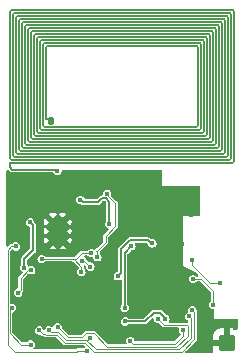
<source format=gbr>
%TF.GenerationSoftware,KiCad,Pcbnew,8.0.4*%
%TF.CreationDate,2024-11-25T16:13:59-04:00*%
%TF.ProjectId,Beacon-WirelessCharge,42656163-6f6e-42d5-9769-72656c657373,rev?*%
%TF.SameCoordinates,Original*%
%TF.FileFunction,Copper,L2,Bot*%
%TF.FilePolarity,Positive*%
%FSLAX46Y46*%
G04 Gerber Fmt 4.6, Leading zero omitted, Abs format (unit mm)*
G04 Created by KiCad (PCBNEW 8.0.4) date 2024-11-25 16:13:59*
%MOMM*%
%LPD*%
G01*
G04 APERTURE LIST*
G04 Aperture macros list*
%AMRoundRect*
0 Rectangle with rounded corners*
0 $1 Rounding radius*
0 $2 $3 $4 $5 $6 $7 $8 $9 X,Y pos of 4 corners*
0 Add a 4 corners polygon primitive as box body*
4,1,4,$2,$3,$4,$5,$6,$7,$8,$9,$2,$3,0*
0 Add four circle primitives for the rounded corners*
1,1,$1+$1,$2,$3*
1,1,$1+$1,$4,$5*
1,1,$1+$1,$6,$7*
1,1,$1+$1,$8,$9*
0 Add four rect primitives between the rounded corners*
20,1,$1+$1,$2,$3,$4,$5,0*
20,1,$1+$1,$4,$5,$6,$7,0*
20,1,$1+$1,$6,$7,$8,$9,0*
20,1,$1+$1,$8,$9,$2,$3,0*%
G04 Aperture macros list end*
%TA.AperFunction,EtchedComponent*%
%ADD10C,0.127000*%
%TD*%
%TA.AperFunction,EtchedComponent*%
%ADD11C,0.200000*%
%TD*%
%TA.AperFunction,ComponentPad*%
%ADD12RoundRect,0.125000X-0.125000X-0.175000X0.125000X-0.175000X0.125000X0.175000X-0.125000X0.175000X0*%
%TD*%
%TA.AperFunction,SMDPad,CuDef*%
%ADD13RoundRect,0.031750X-0.095250X-0.031750X0.095250X-0.031750X0.095250X0.031750X-0.095250X0.031750X0*%
%TD*%
%TA.AperFunction,ComponentPad*%
%ADD14C,0.508000*%
%TD*%
%TA.AperFunction,SMDPad,CuDef*%
%ADD15RoundRect,0.140000X0.560000X0.560000X-0.560000X0.560000X-0.560000X-0.560000X0.560000X-0.560000X0*%
%TD*%
%TA.AperFunction,ViaPad*%
%ADD16C,0.400000*%
%TD*%
%TA.AperFunction,Conductor*%
%ADD17C,0.154000*%
%TD*%
%TA.AperFunction,Conductor*%
%ADD18C,0.101600*%
%TD*%
%TA.AperFunction,Conductor*%
%ADD19C,0.200000*%
%TD*%
G04 APERTURE END LIST*
D10*
%TO.C,L5*%
X44191750Y-57230250D02*
X44191750Y-44992250D01*
X44445750Y-44738250D02*
X62937750Y-44738250D01*
X44445750Y-56976250D02*
X44445750Y-45246250D01*
X44699750Y-44992250D02*
X62683750Y-44992250D01*
X44699750Y-56722250D02*
X44699750Y-45500250D01*
X44953750Y-45246250D02*
X62429750Y-45246250D01*
X44953750Y-56468250D02*
X44953750Y-45754250D01*
X45207750Y-45500250D02*
X62175750Y-45500250D01*
X45207750Y-56214250D02*
X45207750Y-46008250D01*
X45461750Y-45754250D02*
X61921750Y-45754250D01*
X45461750Y-55960250D02*
X45461750Y-46262250D01*
X45715750Y-46008250D02*
X61667750Y-46008250D01*
X45715750Y-55706250D02*
X45715750Y-46516250D01*
X45969750Y-46262250D02*
X61413750Y-46262250D01*
X45969750Y-55452250D02*
X45969750Y-46770250D01*
X46223750Y-46516250D02*
X61159750Y-46516250D01*
X46223750Y-55198250D02*
X46223750Y-47024250D01*
X46477750Y-46770250D02*
X60905750Y-46770250D01*
X46477750Y-54944250D02*
X46477750Y-47278250D01*
X46731750Y-47024250D02*
X60651750Y-47024250D01*
X46731750Y-54690250D02*
X46731750Y-47532250D01*
X46985750Y-47278250D02*
X60397750Y-47278250D01*
X46985750Y-54436250D02*
X46985750Y-47786250D01*
X47239750Y-47532250D02*
X60143750Y-47532250D01*
X47239750Y-54008250D02*
X47239750Y-48040250D01*
D11*
X47301750Y-54018250D02*
X47531750Y-54018250D01*
D10*
X47493750Y-47786250D02*
X59889750Y-47786250D01*
X59889750Y-54690250D02*
X47239750Y-54690250D01*
X60143750Y-48040250D02*
X60143750Y-54436250D01*
X60143750Y-54944250D02*
X46985750Y-54944250D01*
X60397750Y-47786250D02*
X60397750Y-54690250D01*
X60397750Y-55198250D02*
X46731750Y-55198250D01*
X60651750Y-47532250D02*
X60651750Y-54944250D01*
X60651750Y-55452250D02*
X46477750Y-55452250D01*
X60905750Y-47278250D02*
X60905750Y-55198250D01*
X60905750Y-55706250D02*
X46223750Y-55706250D01*
X61159750Y-47024250D02*
X61159750Y-55452250D01*
X61159750Y-55960250D02*
X45969750Y-55960250D01*
X61413750Y-46770250D02*
X61413750Y-55706250D01*
X61413750Y-56214250D02*
X45715750Y-56214250D01*
X61667750Y-46516250D02*
X61667750Y-55960250D01*
X61667750Y-56468250D02*
X45461750Y-56468250D01*
X61921750Y-46262250D02*
X61921750Y-56214250D01*
X61921750Y-56722250D02*
X45207750Y-56722250D01*
X62175750Y-46008250D02*
X62175750Y-56468250D01*
X62175750Y-56976250D02*
X44953750Y-56976250D01*
X62429750Y-45754250D02*
X62429750Y-56722250D01*
X62429750Y-57230250D02*
X44699750Y-57230250D01*
X62683750Y-45500250D02*
X62683750Y-56976250D01*
X62683750Y-57484250D02*
X44445750Y-57484250D01*
X62937750Y-45246250D02*
X62937750Y-57230250D01*
X62937750Y-57738250D02*
X44191750Y-57738250D01*
X63191750Y-44992250D02*
X63191750Y-57484250D01*
X44191750Y-44992250D02*
G75*
G02*
X44445750Y-44738250I254000J0D01*
G01*
X44445750Y-45246250D02*
G75*
G02*
X44699750Y-44992250I254000J0D01*
G01*
X44445750Y-57484250D02*
G75*
G02*
X44191750Y-57230250I0J254000D01*
G01*
X44699750Y-45500250D02*
G75*
G02*
X44953750Y-45246250I254000J0D01*
G01*
X44699750Y-57230250D02*
G75*
G02*
X44445750Y-56976250I0J254000D01*
G01*
X44953750Y-45754250D02*
G75*
G02*
X45207750Y-45500250I254000J0D01*
G01*
X44953750Y-56976250D02*
G75*
G02*
X44699750Y-56722250I0J254000D01*
G01*
X45207750Y-46008250D02*
G75*
G02*
X45461750Y-45754250I254000J0D01*
G01*
X45207750Y-56722250D02*
G75*
G02*
X44953750Y-56468250I0J254000D01*
G01*
X45461750Y-46262250D02*
G75*
G02*
X45715750Y-46008250I254000J0D01*
G01*
X45461750Y-56468250D02*
G75*
G02*
X45207750Y-56214250I0J254000D01*
G01*
X45715750Y-46516250D02*
G75*
G02*
X45969750Y-46262250I254000J0D01*
G01*
X45715750Y-56214250D02*
G75*
G02*
X45461750Y-55960250I0J254000D01*
G01*
X45969750Y-46770250D02*
G75*
G02*
X46223750Y-46516250I254000J0D01*
G01*
X45969750Y-55960250D02*
G75*
G02*
X45715750Y-55706250I0J254000D01*
G01*
X46223750Y-47024250D02*
G75*
G02*
X46477750Y-46770250I254000J0D01*
G01*
X46223750Y-55706250D02*
G75*
G02*
X45969750Y-55452250I0J254000D01*
G01*
X46477750Y-47278250D02*
G75*
G02*
X46731750Y-47024250I254000J0D01*
G01*
X46477750Y-55452250D02*
G75*
G02*
X46223750Y-55198250I0J254000D01*
G01*
X46731750Y-47532250D02*
G75*
G02*
X46985750Y-47278250I254000J0D01*
G01*
X46731750Y-55198250D02*
G75*
G02*
X46477750Y-54944250I0J254000D01*
G01*
X46985750Y-47786250D02*
G75*
G02*
X47239750Y-47532250I254000J0D01*
G01*
X46985750Y-54944250D02*
G75*
G02*
X46731750Y-54690250I0J254000D01*
G01*
X47239750Y-48040250D02*
G75*
G02*
X47493750Y-47786250I254000J0D01*
G01*
X47239750Y-54690250D02*
G75*
G02*
X46985750Y-54436250I0J254000D01*
G01*
X59889750Y-47786250D02*
G75*
G02*
X60143750Y-48040250I0J-254000D01*
G01*
X60143750Y-47532250D02*
G75*
G02*
X60397750Y-47786250I0J-254000D01*
G01*
X60143750Y-54436250D02*
G75*
G02*
X59889750Y-54690250I-254000J0D01*
G01*
X60397750Y-47278250D02*
G75*
G02*
X60651750Y-47532250I0J-254000D01*
G01*
X60397750Y-54690250D02*
G75*
G02*
X60143750Y-54944250I-254000J0D01*
G01*
X60651750Y-47024250D02*
G75*
G02*
X60905750Y-47278250I0J-254000D01*
G01*
X60651750Y-54944250D02*
G75*
G02*
X60397750Y-55198250I-254000J0D01*
G01*
X60905750Y-46770250D02*
G75*
G02*
X61159750Y-47024250I0J-254000D01*
G01*
X60905750Y-55198250D02*
G75*
G02*
X60651750Y-55452250I-254000J0D01*
G01*
X61159750Y-46516250D02*
G75*
G02*
X61413750Y-46770250I0J-254000D01*
G01*
X61159750Y-55452250D02*
G75*
G02*
X60905750Y-55706250I-254000J0D01*
G01*
X61413750Y-46262250D02*
G75*
G02*
X61667750Y-46516250I0J-254000D01*
G01*
X61413750Y-55706250D02*
G75*
G02*
X61159750Y-55960250I-254000J0D01*
G01*
X61667750Y-46008250D02*
G75*
G02*
X61921750Y-46262250I0J-254000D01*
G01*
X61667750Y-55960250D02*
G75*
G02*
X61413750Y-56214250I-254000J0D01*
G01*
X61921750Y-45754250D02*
G75*
G02*
X62175750Y-46008250I0J-254000D01*
G01*
X61921750Y-56214250D02*
G75*
G02*
X61667750Y-56468250I-254000J0D01*
G01*
X62175750Y-45500250D02*
G75*
G02*
X62429750Y-45754250I0J-254000D01*
G01*
X62175750Y-56468250D02*
G75*
G02*
X61921750Y-56722250I-254000J0D01*
G01*
X62429750Y-45246250D02*
G75*
G02*
X62683750Y-45500250I0J-254000D01*
G01*
X62429750Y-56722250D02*
G75*
G02*
X62175750Y-56976250I-254000J0D01*
G01*
X62683750Y-44992250D02*
G75*
G02*
X62937750Y-45246250I0J-254000D01*
G01*
X62683750Y-56976250D02*
G75*
G02*
X62429750Y-57230250I-254000J0D01*
G01*
X62937750Y-44738250D02*
G75*
G02*
X63191750Y-44992250I0J-254000D01*
G01*
X62937750Y-57230250D02*
G75*
G02*
X62683750Y-57484250I-254000J0D01*
G01*
X63191750Y-57484250D02*
G75*
G02*
X62937750Y-57738250I-254000J0D01*
G01*
%TD*%
D12*
%TO.P,L5,0*%
%TO.N,N/C*%
X47681750Y-54208250D03*
D13*
%TO.P,L5,2,2*%
%TO.N,Net-(J1-Pin_1)*%
X44191750Y-57738250D03*
%TD*%
D14*
%TO.P,U1,21,EPAD*%
%TO.N,GND*%
X47866300Y-62712600D03*
X47866300Y-63500000D03*
X47866300Y-64287400D03*
X48653700Y-62712600D03*
X48653700Y-63500000D03*
X48653700Y-64287400D03*
%TD*%
D15*
%TO.P,J10,1,Pin_1*%
%TO.N,GND*%
X62600000Y-72950000D03*
%TD*%
D16*
%TO.N,Net-(J1-Pin_1)*%
X52600000Y-62900000D03*
X48220000Y-58370000D03*
X50170000Y-60860000D03*
%TO.N,GND*%
X60700000Y-69050000D03*
X56070000Y-71490000D03*
X56500000Y-66700000D03*
X61600000Y-71740000D03*
X58800000Y-64600000D03*
X55600000Y-66700000D03*
X56900000Y-72600000D03*
X53060000Y-64220000D03*
X63250000Y-71710000D03*
X45850000Y-67300000D03*
X53570000Y-59650000D03*
X48450000Y-73347600D03*
X57400000Y-66700000D03*
X51520000Y-67290000D03*
X54510000Y-62660000D03*
X56500000Y-68600000D03*
X44946800Y-70250000D03*
X48525000Y-68475000D03*
X59525000Y-62125000D03*
X55550000Y-62390000D03*
X57400000Y-68600000D03*
X52175000Y-61125000D03*
X49800000Y-59750000D03*
X48900000Y-73347600D03*
X55200000Y-69000000D03*
X45800000Y-71575000D03*
X44400000Y-65900000D03*
X62520000Y-72070000D03*
X45525000Y-69200000D03*
X53160000Y-66640000D03*
X52700000Y-72000000D03*
X55050000Y-61780000D03*
X48650000Y-70625000D03*
X51460000Y-68440000D03*
X47078863Y-71602514D03*
%TO.N,VDD_nRF*%
X54475000Y-64775000D03*
X57350000Y-70925000D03*
X53900000Y-70000000D03*
X53950000Y-71150000D03*
%TO.N,Net-(U2-P0.18{slash}RESET)*%
X59696400Y-67550000D03*
X54400000Y-72800000D03*
X61395604Y-69752564D03*
X58850000Y-71896400D03*
%TO.N,~{CHARGE}*%
X44700000Y-64800000D03*
X50735435Y-73633805D03*
%TO.N,Net-(U2-DEC4)*%
X56260000Y-64530000D03*
X53340000Y-67310000D03*
%TO.N,Net-(U1-RECT)*%
X52419724Y-60340828D03*
X51600000Y-65700000D03*
%TO.N,Net-(U1-OUT)*%
X45400000Y-66600000D03*
X45900000Y-62750000D03*
%TO.N,Net-(J3-Pin_1)*%
X62000000Y-67850000D03*
X59600000Y-65925001D03*
%TO.N,BatNTC*%
X45950000Y-73100000D03*
X44352400Y-70000000D03*
%TO.N,Net-(U1-ILIM)*%
X50300000Y-66000000D03*
X51000000Y-66500000D03*
%TO.N,Net-(U1-FOD)*%
X51075000Y-65350000D03*
X50250000Y-66950000D03*
X46880000Y-65860000D03*
%TO.N,Net-(U1-TS-CTRL)*%
X46000000Y-66800000D03*
X44900000Y-68700000D03*
%TO.N,I2C_SDA*%
X47500000Y-71875000D03*
X51000000Y-72525000D03*
X59375000Y-70725000D03*
%TO.N,I2C_SCL*%
X56725532Y-70915132D03*
X48225000Y-71644890D03*
%TO.N,CD_N*%
X59650000Y-70200000D03*
X46675000Y-71900000D03*
%TD*%
D17*
%TO.N,Net-(J1-Pin_1)*%
X48110000Y-58300000D02*
X44390000Y-58300000D01*
X52300000Y-60700000D02*
X52600000Y-61000000D01*
X50355000Y-61045000D02*
X51655000Y-61045000D01*
X50170000Y-60860000D02*
X50355000Y-61045000D01*
X48180000Y-58370000D02*
X48110000Y-58300000D01*
X44191750Y-58101750D02*
X44191750Y-57738250D01*
X52600000Y-61000000D02*
X52600000Y-62900000D01*
X51655000Y-61045000D02*
X52000000Y-60700000D01*
X48220000Y-58370000D02*
X48180000Y-58370000D01*
X52000000Y-60700000D02*
X52300000Y-60700000D01*
X44390000Y-58300000D02*
X44191750Y-58101750D01*
%TO.N,VDD_nRF*%
X55650000Y-71150000D02*
X56400000Y-70400000D01*
X53900000Y-65350000D02*
X53900000Y-70000000D01*
X56900000Y-70400000D02*
X56400000Y-70400000D01*
X53900000Y-65350000D02*
X54475000Y-64775000D01*
X55650000Y-71150000D02*
X53950000Y-71150000D01*
X57350000Y-70850000D02*
X56900000Y-70400000D01*
X57350000Y-70925000D02*
X57350000Y-70850000D01*
D18*
%TO.N,Net-(U2-P0.18{slash}RESET)*%
X54400000Y-72800000D02*
X54650000Y-73050000D01*
X58850000Y-72350000D02*
X58850000Y-71896400D01*
X59696400Y-67550000D02*
X60400000Y-67550000D01*
X60400000Y-67550000D02*
X61395604Y-68545604D01*
X54650000Y-73050000D02*
X58150000Y-73050000D01*
X61395604Y-68545604D02*
X61395604Y-69752564D01*
X58150000Y-73050000D02*
X58850000Y-72350000D01*
%TO.N,~{CHARGE}*%
X44700000Y-64800000D02*
X44300000Y-64800000D01*
X44000000Y-65100000D02*
X44000000Y-73100000D01*
X44600000Y-73700000D02*
X49850000Y-73700000D01*
X49916195Y-73633805D02*
X50735435Y-73633805D01*
X49850000Y-73700000D02*
X49916195Y-73633805D01*
X44000000Y-73100000D02*
X44600000Y-73700000D01*
X44300000Y-64800000D02*
X44000000Y-65100000D01*
D17*
%TO.N,Net-(U2-DEC4)*%
X53594000Y-67056000D02*
X53340000Y-67310000D01*
X56260000Y-64530000D02*
X56145146Y-64530000D01*
X55877146Y-64262000D02*
X54356000Y-64262000D01*
X54356000Y-64262000D02*
X53594000Y-65024000D01*
X53594000Y-65024000D02*
X53594000Y-67056000D01*
X55877146Y-64262000D02*
X56145146Y-64530000D01*
D18*
%TO.N,Net-(U1-RECT)*%
X51600000Y-65700000D02*
X51600000Y-65200000D01*
X52300000Y-64444578D02*
X52300000Y-63900000D01*
X52300000Y-63900000D02*
X53100000Y-63100000D01*
D17*
X51600000Y-65200000D02*
X51600000Y-65144578D01*
D18*
X52400000Y-60360552D02*
X52419724Y-60340828D01*
X53100000Y-61100000D02*
X52400000Y-60400000D01*
X51600000Y-65144578D02*
X52300000Y-64444578D01*
X52400000Y-60400000D02*
X52400000Y-60360552D01*
X53100000Y-63100000D02*
X53100000Y-61100000D01*
D19*
%TO.N,Net-(U1-OUT)*%
X46150000Y-63000000D02*
X46150000Y-65100000D01*
X45900000Y-62750000D02*
X46150000Y-63000000D01*
X46150000Y-65100000D02*
X45400000Y-65850000D01*
X45400000Y-65850000D02*
X45400000Y-66600000D01*
D18*
%TO.N,Net-(J3-Pin_1)*%
X61950000Y-67900000D02*
X62000000Y-67850000D01*
X61100000Y-67900000D02*
X61950000Y-67900000D01*
X59600000Y-66400000D02*
X61100000Y-67900000D01*
X59600000Y-65925001D02*
X59600000Y-66400000D01*
%TO.N,BatNTC*%
X44203200Y-72150000D02*
X45153200Y-73100000D01*
X44352400Y-70000000D02*
X44203200Y-70149200D01*
X45153200Y-73100000D02*
X45950000Y-73100000D01*
X44203200Y-70149200D02*
X44203200Y-72150000D01*
%TO.N,Net-(U1-ILIM)*%
X50500000Y-66000000D02*
X51000000Y-66500000D01*
X50300000Y-66000000D02*
X50500000Y-66000000D01*
%TO.N,Net-(U1-FOD)*%
X50250000Y-66510000D02*
X49600000Y-65860000D01*
X49810000Y-65860000D02*
X50320000Y-65350000D01*
X49600000Y-65860000D02*
X49810000Y-65860000D01*
X46880000Y-65860000D02*
X49600000Y-65860000D01*
X50250000Y-66950000D02*
X50250000Y-66510000D01*
X51075000Y-65350000D02*
X50320000Y-65350000D01*
%TO.N,Net-(U1-TS-CTRL)*%
X45100000Y-67467950D02*
X45767950Y-66800000D01*
X45100000Y-68500000D02*
X45100000Y-67500000D01*
X45100000Y-67500000D02*
X45100000Y-67467950D01*
X44900000Y-68700000D02*
X45100000Y-68500000D01*
X45767950Y-66800000D02*
X46000000Y-66800000D01*
%TO.N,I2C_SDA*%
X59500000Y-70850000D02*
X59375000Y-70725000D01*
X48950000Y-72700000D02*
X48300000Y-72050000D01*
X50675000Y-72725000D02*
X51446800Y-73496800D01*
X58553200Y-73496800D02*
X59500000Y-72550000D01*
X50675000Y-72725000D02*
X50800000Y-72725000D01*
X48300000Y-72050000D02*
X47675000Y-72050000D01*
X51446800Y-73496800D02*
X58553200Y-73496800D01*
X59500000Y-72550000D02*
X59500000Y-70850000D01*
X50800000Y-72725000D02*
X51000000Y-72525000D01*
X50650000Y-72700000D02*
X48950000Y-72700000D01*
X47675000Y-72050000D02*
X47500000Y-71875000D01*
X50675000Y-72725000D02*
X50650000Y-72700000D01*
%TO.N,I2C_SCL*%
X52443600Y-73293600D02*
X58293600Y-73293600D01*
X49076910Y-72496800D02*
X50328200Y-72496800D01*
X48225000Y-71644890D02*
X49076910Y-72496800D01*
X59250000Y-71550000D02*
X59150000Y-71450000D01*
X59150000Y-71450000D02*
X57260400Y-71450000D01*
X50328200Y-72496800D02*
X50675000Y-72150000D01*
X50675000Y-72150000D02*
X51300000Y-72150000D01*
X58293600Y-73293600D02*
X59250000Y-72337200D01*
X57260400Y-71450000D02*
X56725532Y-70915132D01*
X51300000Y-72150000D02*
X52443600Y-73293600D01*
X59250000Y-72337200D02*
X59250000Y-71550000D01*
%TO.N,CD_N*%
X50550000Y-72950000D02*
X51300000Y-73700000D01*
X59800000Y-70350000D02*
X59650000Y-70200000D01*
X47250000Y-72300000D02*
X48200000Y-72300000D01*
X51300000Y-73700000D02*
X58750000Y-73700000D01*
X59800000Y-72650000D02*
X59800000Y-70350000D01*
X46675000Y-71900000D02*
X46962500Y-72187500D01*
X48850000Y-72950000D02*
X50550000Y-72950000D01*
X58750000Y-73700000D02*
X59800000Y-72650000D01*
X48200000Y-72300000D02*
X48850000Y-72950000D01*
X46962500Y-72187500D02*
X47137500Y-72187500D01*
X47137500Y-72187500D02*
X47250000Y-72300000D01*
%TD*%
%TA.AperFunction,Conductor*%
%TO.N,GND*%
G36*
X44079982Y-58317781D02*
G01*
X44084870Y-58322260D01*
X44258866Y-58496256D01*
X44343952Y-58531500D01*
X44436048Y-58531500D01*
X47857851Y-58531500D01*
X47906703Y-58549281D01*
X47925565Y-58572994D01*
X47929628Y-58580967D01*
X47929630Y-58580969D01*
X47929631Y-58580971D01*
X48009030Y-58660370D01*
X48009032Y-58660371D01*
X48009033Y-58660372D01*
X48109088Y-58711352D01*
X48109093Y-58711352D01*
X48109094Y-58711353D01*
X48219998Y-58728919D01*
X48220000Y-58728919D01*
X48220002Y-58728919D01*
X48302569Y-58715841D01*
X48330912Y-58711352D01*
X48430967Y-58660372D01*
X48510372Y-58580967D01*
X48561352Y-58480912D01*
X48578919Y-58370000D01*
X48579852Y-58364111D01*
X48605055Y-58318642D01*
X48653589Y-58300012D01*
X48654916Y-58300000D01*
X57004000Y-58300000D01*
X57052852Y-58317781D01*
X57078845Y-58362803D01*
X57080000Y-58376000D01*
X57080000Y-59675000D01*
X60248252Y-59675000D01*
X60297104Y-59692781D01*
X60323097Y-59737803D01*
X60324247Y-59751740D01*
X60302549Y-61965004D01*
X60300738Y-62149745D01*
X60282480Y-62198420D01*
X60237205Y-62223971D01*
X60224742Y-62225000D01*
X58850000Y-62225000D01*
X58850000Y-63370000D01*
X58850000Y-63375000D01*
X58850000Y-66450000D01*
X59890633Y-66986084D01*
X59909566Y-66999904D01*
X60124622Y-67214960D01*
X60146593Y-67262076D01*
X60133138Y-67312292D01*
X60090552Y-67342110D01*
X60070882Y-67344700D01*
X60023919Y-67344700D01*
X59975067Y-67326919D01*
X59970189Y-67322450D01*
X59907367Y-67259628D01*
X59807312Y-67208648D01*
X59807305Y-67208646D01*
X59696402Y-67191081D01*
X59696398Y-67191081D01*
X59585494Y-67208646D01*
X59585487Y-67208648D01*
X59485430Y-67259629D01*
X59406029Y-67339030D01*
X59355048Y-67439087D01*
X59355046Y-67439094D01*
X59337481Y-67549998D01*
X59337481Y-67550001D01*
X59355046Y-67660905D01*
X59355048Y-67660912D01*
X59406029Y-67760969D01*
X59485430Y-67840370D01*
X59485432Y-67840371D01*
X59485433Y-67840372D01*
X59585488Y-67891352D01*
X59585493Y-67891352D01*
X59585494Y-67891353D01*
X59696398Y-67908919D01*
X59696400Y-67908919D01*
X59696402Y-67908919D01*
X59778969Y-67895841D01*
X59807312Y-67891352D01*
X59907367Y-67840372D01*
X59970179Y-67777559D01*
X60017295Y-67755589D01*
X60023919Y-67755300D01*
X60283482Y-67755300D01*
X60332334Y-67773081D01*
X60337222Y-67777560D01*
X61168044Y-68608382D01*
X61190015Y-68655498D01*
X61190304Y-68662122D01*
X61190304Y-69425044D01*
X61172523Y-69473896D01*
X61168044Y-69478784D01*
X61105235Y-69541592D01*
X61105233Y-69541594D01*
X61054252Y-69641651D01*
X61054250Y-69641658D01*
X61036685Y-69752562D01*
X61036685Y-69752565D01*
X61054250Y-69863469D01*
X61054252Y-69863476D01*
X61105233Y-69963533D01*
X61184634Y-70042934D01*
X61184636Y-70042935D01*
X61184637Y-70042936D01*
X61284692Y-70093916D01*
X61395604Y-70111483D01*
X61412110Y-70108868D01*
X61463141Y-70118786D01*
X61495859Y-70159186D01*
X61500000Y-70183932D01*
X61500000Y-70900000D01*
X63424000Y-70900000D01*
X63472852Y-70917781D01*
X63498845Y-70962803D01*
X63500000Y-70976000D01*
X63500000Y-71712763D01*
X63482219Y-71761615D01*
X63437197Y-71787608D01*
X63402797Y-71785745D01*
X63262179Y-71744891D01*
X63225445Y-71742000D01*
X62854000Y-71742000D01*
X62854000Y-73128000D01*
X62836219Y-73176852D01*
X62791197Y-73202845D01*
X62778000Y-73204000D01*
X61392000Y-73204000D01*
X61392000Y-73575445D01*
X61394891Y-73612178D01*
X61421219Y-73702796D01*
X61417774Y-73754669D01*
X61381792Y-73792191D01*
X61348237Y-73800000D01*
X59123818Y-73800000D01*
X59074966Y-73782219D01*
X59048973Y-73737197D01*
X59058000Y-73686000D01*
X59070078Y-73670260D01*
X59513954Y-73226384D01*
X59974045Y-72766293D01*
X60005300Y-72690837D01*
X60005300Y-72609163D01*
X60005300Y-72324554D01*
X61392000Y-72324554D01*
X61392000Y-72696000D01*
X62346000Y-72696000D01*
X62346000Y-71742000D01*
X61974554Y-71742000D01*
X61937821Y-71744891D01*
X61780607Y-71790567D01*
X61780601Y-71790570D01*
X61639683Y-71873907D01*
X61639680Y-71873909D01*
X61523909Y-71989680D01*
X61523907Y-71989683D01*
X61440570Y-72130601D01*
X61440567Y-72130607D01*
X61394891Y-72287821D01*
X61392000Y-72324554D01*
X60005300Y-72324554D01*
X60005300Y-70309163D01*
X60003613Y-70305090D01*
X59998763Y-70264116D01*
X60008919Y-70200000D01*
X59991352Y-70089088D01*
X59940372Y-69989033D01*
X59940371Y-69989032D01*
X59940370Y-69989030D01*
X59860969Y-69909629D01*
X59760912Y-69858648D01*
X59760905Y-69858646D01*
X59650002Y-69841081D01*
X59649998Y-69841081D01*
X59539094Y-69858646D01*
X59539087Y-69858648D01*
X59439030Y-69909629D01*
X59359629Y-69989030D01*
X59308648Y-70089087D01*
X59308646Y-70089094D01*
X59291081Y-70199998D01*
X59291081Y-70200003D01*
X59307341Y-70302671D01*
X59297421Y-70353703D01*
X59266781Y-70382275D01*
X59164033Y-70434628D01*
X59164028Y-70434631D01*
X59084629Y-70514030D01*
X59033648Y-70614087D01*
X59033646Y-70614094D01*
X59016081Y-70724998D01*
X59016081Y-70725001D01*
X59033646Y-70835905D01*
X59033648Y-70835912D01*
X59084629Y-70935969D01*
X59164028Y-71015368D01*
X59164030Y-71015369D01*
X59164033Y-71015372D01*
X59253204Y-71060806D01*
X59288658Y-71098826D01*
X59294700Y-71128522D01*
X59294700Y-71173979D01*
X59276919Y-71222831D01*
X59231897Y-71248824D01*
X59198375Y-71245155D01*
X59198176Y-71246160D01*
X59190837Y-71244700D01*
X57708990Y-71244700D01*
X57660138Y-71226919D01*
X57634145Y-71181897D01*
X57641274Y-71134197D01*
X57675842Y-71066352D01*
X57691352Y-71035912D01*
X57708919Y-70925000D01*
X57708352Y-70921422D01*
X57691353Y-70814094D01*
X57691352Y-70814093D01*
X57691352Y-70814088D01*
X57640372Y-70714033D01*
X57640371Y-70714032D01*
X57640370Y-70714030D01*
X57560969Y-70634629D01*
X57460912Y-70583648D01*
X57426039Y-70578124D01*
X57384190Y-70556800D01*
X57031134Y-70203744D01*
X57022090Y-70199998D01*
X56946048Y-70168500D01*
X56446048Y-70168500D01*
X56353952Y-70168500D01*
X56353950Y-70168501D01*
X56268865Y-70203744D01*
X55576370Y-70896240D01*
X55529254Y-70918211D01*
X55522630Y-70918500D01*
X54251319Y-70918500D01*
X54202467Y-70900719D01*
X54197578Y-70896239D01*
X54160971Y-70859631D01*
X54160969Y-70859629D01*
X54060912Y-70808648D01*
X54060905Y-70808646D01*
X53950002Y-70791081D01*
X53949998Y-70791081D01*
X53839094Y-70808646D01*
X53839087Y-70808648D01*
X53739030Y-70859629D01*
X53659629Y-70939030D01*
X53608648Y-71039087D01*
X53608646Y-71039094D01*
X53591081Y-71149998D01*
X53591081Y-71150001D01*
X53608646Y-71260905D01*
X53608648Y-71260912D01*
X53659629Y-71360969D01*
X53739030Y-71440370D01*
X53739032Y-71440371D01*
X53739033Y-71440372D01*
X53839088Y-71491352D01*
X53839093Y-71491352D01*
X53839094Y-71491353D01*
X53949998Y-71508919D01*
X53950000Y-71508919D01*
X53950002Y-71508919D01*
X54032569Y-71495841D01*
X54060912Y-71491352D01*
X54160967Y-71440372D01*
X54197578Y-71403761D01*
X54244694Y-71381789D01*
X54251319Y-71381500D01*
X55696044Y-71381500D01*
X55696048Y-71381500D01*
X55781134Y-71346256D01*
X56240038Y-70887351D01*
X56287153Y-70865381D01*
X56337369Y-70878836D01*
X56367187Y-70921422D01*
X56368841Y-70929203D01*
X56384178Y-71026037D01*
X56384180Y-71026044D01*
X56435161Y-71126101D01*
X56514562Y-71205502D01*
X56514564Y-71205503D01*
X56514565Y-71205504D01*
X56614620Y-71256484D01*
X56725532Y-71274051D01*
X56746487Y-71270731D01*
X56797517Y-71280648D01*
X56812117Y-71292055D01*
X57144107Y-71624045D01*
X57219563Y-71655300D01*
X57301237Y-71655300D01*
X58450961Y-71655300D01*
X58499813Y-71673081D01*
X58525806Y-71718103D01*
X58518678Y-71765803D01*
X58508648Y-71785487D01*
X58508646Y-71785494D01*
X58491081Y-71896398D01*
X58491081Y-71896401D01*
X58508646Y-72007305D01*
X58508648Y-72007312D01*
X58559628Y-72107367D01*
X58622440Y-72170179D01*
X58644411Y-72217295D01*
X58644700Y-72223919D01*
X58644700Y-72233482D01*
X58626919Y-72282334D01*
X58622440Y-72287222D01*
X58087222Y-72822440D01*
X58040106Y-72844411D01*
X58033482Y-72844700D01*
X54830909Y-72844700D01*
X54782057Y-72826919D01*
X54756064Y-72781897D01*
X54755845Y-72780589D01*
X54741353Y-72689094D01*
X54741352Y-72689093D01*
X54741352Y-72689088D01*
X54690372Y-72589033D01*
X54690371Y-72589032D01*
X54690370Y-72589030D01*
X54610969Y-72509629D01*
X54510912Y-72458648D01*
X54510905Y-72458646D01*
X54400002Y-72441081D01*
X54399998Y-72441081D01*
X54289094Y-72458646D01*
X54289087Y-72458648D01*
X54189030Y-72509629D01*
X54109629Y-72589030D01*
X54058648Y-72689087D01*
X54058646Y-72689094D01*
X54041081Y-72799998D01*
X54041081Y-72800001D01*
X54058646Y-72910905D01*
X54058650Y-72910917D01*
X54092727Y-72977797D01*
X54099063Y-73029396D01*
X54070749Y-73072996D01*
X54025011Y-73088300D01*
X52560118Y-73088300D01*
X52511266Y-73070519D01*
X52506378Y-73066040D01*
X51416293Y-71975955D01*
X51340837Y-71944700D01*
X50715837Y-71944700D01*
X50634163Y-71944700D01*
X50599150Y-71959203D01*
X50558706Y-71975955D01*
X50265422Y-72269240D01*
X50218306Y-72291211D01*
X50211682Y-72291500D01*
X49193428Y-72291500D01*
X49144576Y-72273719D01*
X49139688Y-72269240D01*
X48601923Y-71731475D01*
X48579952Y-71684359D01*
X48580598Y-71665851D01*
X48583919Y-71644890D01*
X48566352Y-71533978D01*
X48515372Y-71433923D01*
X48515371Y-71433922D01*
X48515370Y-71433920D01*
X48435969Y-71354519D01*
X48335912Y-71303538D01*
X48335905Y-71303536D01*
X48225002Y-71285971D01*
X48224998Y-71285971D01*
X48114094Y-71303536D01*
X48114087Y-71303538D01*
X48014030Y-71354519D01*
X47934629Y-71433920D01*
X47883648Y-71533977D01*
X47883646Y-71533984D01*
X47876445Y-71579450D01*
X47851241Y-71624919D01*
X47802707Y-71643549D01*
X47753552Y-71626624D01*
X47747641Y-71621301D01*
X47710969Y-71584629D01*
X47610912Y-71533648D01*
X47610905Y-71533646D01*
X47500002Y-71516081D01*
X47499998Y-71516081D01*
X47389094Y-71533646D01*
X47389087Y-71533648D01*
X47289030Y-71584629D01*
X47209629Y-71664030D01*
X47158648Y-71764087D01*
X47158646Y-71764093D01*
X47158474Y-71765183D01*
X47158035Y-71765974D01*
X47156799Y-71769779D01*
X47156059Y-71769538D01*
X47133269Y-71810651D01*
X47084735Y-71829280D01*
X47035580Y-71812354D01*
X47015694Y-71787795D01*
X46965373Y-71689035D01*
X46965368Y-71689028D01*
X46885969Y-71609629D01*
X46785912Y-71558648D01*
X46785905Y-71558646D01*
X46675002Y-71541081D01*
X46674998Y-71541081D01*
X46564094Y-71558646D01*
X46564087Y-71558648D01*
X46464030Y-71609629D01*
X46384629Y-71689030D01*
X46333648Y-71789087D01*
X46333646Y-71789094D01*
X46316081Y-71899998D01*
X46316081Y-71900001D01*
X46333646Y-72010905D01*
X46333648Y-72010912D01*
X46384629Y-72110969D01*
X46464030Y-72190370D01*
X46464032Y-72190371D01*
X46464033Y-72190372D01*
X46564088Y-72241352D01*
X46675000Y-72258919D01*
X46695955Y-72255599D01*
X46746985Y-72265516D01*
X46761585Y-72276923D01*
X46788455Y-72303793D01*
X46846207Y-72361545D01*
X46921663Y-72392800D01*
X47020982Y-72392800D01*
X47069834Y-72410581D01*
X47074722Y-72415060D01*
X47133707Y-72474045D01*
X47209163Y-72505300D01*
X47290837Y-72505300D01*
X48083482Y-72505300D01*
X48132334Y-72523081D01*
X48137222Y-72527560D01*
X48733707Y-73124045D01*
X48809163Y-73155300D01*
X48890837Y-73155300D01*
X50433482Y-73155300D01*
X50482334Y-73173081D01*
X50487222Y-73177560D01*
X50536046Y-73226384D01*
X50558017Y-73273500D01*
X50544562Y-73323716D01*
X50526976Y-73341611D01*
X50524468Y-73343432D01*
X50502941Y-73364960D01*
X50461655Y-73406245D01*
X50414540Y-73428216D01*
X50407916Y-73428505D01*
X49957032Y-73428505D01*
X49875358Y-73428505D01*
X49844343Y-73441352D01*
X49799901Y-73459760D01*
X49787222Y-73472440D01*
X49740106Y-73494411D01*
X49733482Y-73494700D01*
X46240120Y-73494700D01*
X46191268Y-73476919D01*
X46165275Y-73431897D01*
X46174302Y-73380700D01*
X46186380Y-73364960D01*
X46240368Y-73310971D01*
X46240370Y-73310969D01*
X46240372Y-73310967D01*
X46291352Y-73210912D01*
X46308919Y-73100000D01*
X46291352Y-72989088D01*
X46240372Y-72889033D01*
X46240371Y-72889032D01*
X46240370Y-72889030D01*
X46160969Y-72809629D01*
X46060912Y-72758648D01*
X46060905Y-72758646D01*
X45950002Y-72741081D01*
X45949998Y-72741081D01*
X45839094Y-72758646D01*
X45839087Y-72758648D01*
X45739031Y-72809629D01*
X45721742Y-72826919D01*
X45676220Y-72872440D01*
X45629105Y-72894411D01*
X45622481Y-72894700D01*
X45269718Y-72894700D01*
X45220866Y-72876919D01*
X45215978Y-72872440D01*
X44430760Y-72087222D01*
X44408789Y-72040106D01*
X44408500Y-72033482D01*
X44408500Y-70414378D01*
X44426281Y-70365526D01*
X44458012Y-70344125D01*
X44457983Y-70344067D01*
X44458455Y-70343826D01*
X44461021Y-70342096D01*
X44463310Y-70341352D01*
X44463312Y-70341352D01*
X44563367Y-70290372D01*
X44642772Y-70210967D01*
X44693752Y-70110912D01*
X44711319Y-70000000D01*
X44709581Y-69989030D01*
X44693753Y-69889094D01*
X44693752Y-69889093D01*
X44693752Y-69889088D01*
X44642772Y-69789033D01*
X44642771Y-69789032D01*
X44642770Y-69789030D01*
X44563369Y-69709629D01*
X44463312Y-69658648D01*
X44463305Y-69658646D01*
X44352402Y-69641081D01*
X44352397Y-69641081D01*
X44293188Y-69650458D01*
X44242156Y-69640538D01*
X44209440Y-69600136D01*
X44205300Y-69575394D01*
X44205300Y-68699998D01*
X44541081Y-68699998D01*
X44541081Y-68700001D01*
X44558646Y-68810905D01*
X44558648Y-68810912D01*
X44609629Y-68910969D01*
X44689030Y-68990370D01*
X44689032Y-68990371D01*
X44689033Y-68990372D01*
X44789088Y-69041352D01*
X44789093Y-69041352D01*
X44789094Y-69041353D01*
X44899998Y-69058919D01*
X44900000Y-69058919D01*
X44900002Y-69058919D01*
X44982569Y-69045841D01*
X45010912Y-69041352D01*
X45110967Y-68990372D01*
X45190372Y-68910967D01*
X45241352Y-68810912D01*
X45258919Y-68700000D01*
X45255599Y-68679043D01*
X45265517Y-68628014D01*
X45270323Y-68621863D01*
X45274043Y-68616295D01*
X45274043Y-68616294D01*
X45274045Y-68616293D01*
X45305300Y-68540837D01*
X45305300Y-68459163D01*
X45305300Y-67584467D01*
X45323081Y-67535615D01*
X45327549Y-67530738D01*
X45548289Y-67309998D01*
X52981081Y-67309998D01*
X52981081Y-67310001D01*
X52998646Y-67420905D01*
X52998648Y-67420912D01*
X53049629Y-67520969D01*
X53129030Y-67600370D01*
X53129032Y-67600371D01*
X53129033Y-67600372D01*
X53229088Y-67651352D01*
X53229093Y-67651352D01*
X53229094Y-67651353D01*
X53339998Y-67668919D01*
X53340000Y-67668919D01*
X53340002Y-67668919D01*
X53422569Y-67655841D01*
X53450912Y-67651352D01*
X53550967Y-67600372D01*
X53550968Y-67600370D01*
X53556296Y-67597656D01*
X53557437Y-67599897D01*
X53597797Y-67588322D01*
X53645291Y-67609464D01*
X53668083Y-67656188D01*
X53668500Y-67664137D01*
X53668500Y-69698680D01*
X53650719Y-69747532D01*
X53646240Y-69752420D01*
X53609631Y-69789028D01*
X53609629Y-69789030D01*
X53558648Y-69889087D01*
X53558646Y-69889094D01*
X53541081Y-69999998D01*
X53541081Y-70000001D01*
X53558646Y-70110905D01*
X53558648Y-70110912D01*
X53609629Y-70210969D01*
X53689030Y-70290370D01*
X53689032Y-70290371D01*
X53689033Y-70290372D01*
X53789088Y-70341352D01*
X53789093Y-70341352D01*
X53789094Y-70341353D01*
X53899998Y-70358919D01*
X53900000Y-70358919D01*
X53900002Y-70358919D01*
X53995292Y-70343826D01*
X54010912Y-70341352D01*
X54110967Y-70290372D01*
X54190372Y-70210967D01*
X54241352Y-70110912D01*
X54258919Y-70000000D01*
X54257181Y-69989030D01*
X54241353Y-69889094D01*
X54241352Y-69889093D01*
X54241352Y-69889088D01*
X54190372Y-69789033D01*
X54190371Y-69789032D01*
X54190370Y-69789030D01*
X54153760Y-69752420D01*
X54131789Y-69705304D01*
X54131500Y-69698680D01*
X54131500Y-65477369D01*
X54149281Y-65428517D01*
X54153749Y-65423640D01*
X54421210Y-65156178D01*
X54468326Y-65134208D01*
X54474950Y-65133919D01*
X54475003Y-65133919D01*
X54565256Y-65119623D01*
X54585912Y-65116352D01*
X54685967Y-65065372D01*
X54765372Y-64985967D01*
X54816352Y-64885912D01*
X54831791Y-64788438D01*
X54833919Y-64775001D01*
X54833919Y-64774998D01*
X54816353Y-64664094D01*
X54816352Y-64664093D01*
X54816352Y-64664088D01*
X54785736Y-64604001D01*
X54779402Y-64552404D01*
X54807716Y-64508804D01*
X54853454Y-64493500D01*
X55749776Y-64493500D01*
X55798628Y-64511281D01*
X55803514Y-64515758D01*
X55860195Y-64572440D01*
X55900923Y-64613168D01*
X55914963Y-64636076D01*
X55915933Y-64635583D01*
X55969629Y-64740969D01*
X56049030Y-64820370D01*
X56049032Y-64820371D01*
X56049033Y-64820372D01*
X56149088Y-64871352D01*
X56149093Y-64871352D01*
X56149094Y-64871353D01*
X56259998Y-64888919D01*
X56260000Y-64888919D01*
X56260002Y-64888919D01*
X56342569Y-64875841D01*
X56370912Y-64871352D01*
X56470967Y-64820372D01*
X56550372Y-64740967D01*
X56601352Y-64640912D01*
X56613529Y-64564033D01*
X56618919Y-64530001D01*
X56618919Y-64529998D01*
X56601353Y-64419094D01*
X56601352Y-64419093D01*
X56601352Y-64419088D01*
X56550372Y-64319033D01*
X56550371Y-64319032D01*
X56550370Y-64319030D01*
X56470969Y-64239629D01*
X56370912Y-64188648D01*
X56370905Y-64188646D01*
X56260002Y-64171081D01*
X56259997Y-64171081D01*
X56171877Y-64185037D01*
X56120846Y-64175117D01*
X56106249Y-64163713D01*
X56008280Y-64065744D01*
X55923194Y-64030500D01*
X54402048Y-64030500D01*
X54309952Y-64030500D01*
X54309950Y-64030501D01*
X54224865Y-64065744D01*
X53397744Y-64892865D01*
X53385626Y-64922121D01*
X53362500Y-64977952D01*
X53362500Y-64977955D01*
X53362500Y-66882607D01*
X53344719Y-66931459D01*
X53299697Y-66957452D01*
X53298389Y-66957671D01*
X53229094Y-66968646D01*
X53229087Y-66968648D01*
X53129030Y-67019629D01*
X53049629Y-67099030D01*
X52998648Y-67199087D01*
X52998646Y-67199094D01*
X52981081Y-67309998D01*
X45548289Y-67309998D01*
X45736000Y-67122287D01*
X45783114Y-67100317D01*
X45824240Y-67108310D01*
X45889088Y-67141352D01*
X45889093Y-67141352D01*
X45889094Y-67141353D01*
X45999998Y-67158919D01*
X46000000Y-67158919D01*
X46000002Y-67158919D01*
X46082569Y-67145841D01*
X46110912Y-67141352D01*
X46210967Y-67090372D01*
X46290372Y-67010967D01*
X46341352Y-66910912D01*
X46358919Y-66800000D01*
X46341352Y-66689088D01*
X46290372Y-66589033D01*
X46290371Y-66589032D01*
X46290370Y-66589030D01*
X46210969Y-66509629D01*
X46110912Y-66458648D01*
X46110905Y-66458646D01*
X46000002Y-66441081D01*
X45999998Y-66441081D01*
X45889094Y-66458646D01*
X45889087Y-66458648D01*
X45827204Y-66490179D01*
X45775604Y-66496514D01*
X45732004Y-66468199D01*
X45724987Y-66456971D01*
X45690372Y-66389033D01*
X45690369Y-66389030D01*
X45690368Y-66389028D01*
X45676760Y-66375420D01*
X45654789Y-66328304D01*
X45654500Y-66321680D01*
X45654500Y-65986896D01*
X45672281Y-65938044D01*
X45676749Y-65933167D01*
X45749918Y-65859998D01*
X46521081Y-65859998D01*
X46521081Y-65860001D01*
X46538646Y-65970905D01*
X46538648Y-65970912D01*
X46589629Y-66070969D01*
X46669030Y-66150370D01*
X46669032Y-66150371D01*
X46669033Y-66150372D01*
X46769088Y-66201352D01*
X46769093Y-66201352D01*
X46769094Y-66201353D01*
X46879998Y-66218919D01*
X46880000Y-66218919D01*
X46880002Y-66218919D01*
X46962569Y-66205841D01*
X46990912Y-66201352D01*
X47090967Y-66150372D01*
X47153779Y-66087559D01*
X47200895Y-66065589D01*
X47207519Y-66065300D01*
X49483482Y-66065300D01*
X49532334Y-66083081D01*
X49537222Y-66087560D01*
X50020421Y-66570759D01*
X50042392Y-66617875D01*
X50028937Y-66668091D01*
X50020421Y-66678239D01*
X49959631Y-66739028D01*
X49959629Y-66739030D01*
X49908648Y-66839087D01*
X49908646Y-66839094D01*
X49891081Y-66949998D01*
X49891081Y-66950001D01*
X49908646Y-67060905D01*
X49908648Y-67060912D01*
X49959629Y-67160969D01*
X50039030Y-67240370D01*
X50039032Y-67240371D01*
X50039033Y-67240372D01*
X50139088Y-67291352D01*
X50139093Y-67291352D01*
X50139094Y-67291353D01*
X50249998Y-67308919D01*
X50250000Y-67308919D01*
X50250002Y-67308919D01*
X50344793Y-67293905D01*
X50360912Y-67291352D01*
X50460967Y-67240372D01*
X50540372Y-67160967D01*
X50591352Y-67060912D01*
X50603204Y-66986084D01*
X50608919Y-66950001D01*
X50608919Y-66949998D01*
X50591353Y-66839094D01*
X50591352Y-66839093D01*
X50591352Y-66839088D01*
X50540372Y-66739033D01*
X50540371Y-66739032D01*
X50540370Y-66739030D01*
X50477560Y-66676220D01*
X50455589Y-66629104D01*
X50455300Y-66622480D01*
X50455300Y-66469165D01*
X50455300Y-66469163D01*
X50443456Y-66440571D01*
X50441189Y-66388637D01*
X50472837Y-66347393D01*
X50523591Y-66336140D01*
X50567412Y-66357750D01*
X50623076Y-66413414D01*
X50645047Y-66460530D01*
X50644400Y-66479043D01*
X50641081Y-66499998D01*
X50641081Y-66500001D01*
X50658646Y-66610905D01*
X50658648Y-66610912D01*
X50709629Y-66710969D01*
X50789030Y-66790370D01*
X50789032Y-66790371D01*
X50789033Y-66790372D01*
X50889088Y-66841352D01*
X50889093Y-66841352D01*
X50889094Y-66841353D01*
X50999998Y-66858919D01*
X51000000Y-66858919D01*
X51000002Y-66858919D01*
X51082569Y-66845841D01*
X51110912Y-66841352D01*
X51210967Y-66790372D01*
X51290372Y-66710967D01*
X51341352Y-66610912D01*
X51351319Y-66547981D01*
X51358919Y-66500001D01*
X51358919Y-66499998D01*
X51341353Y-66389094D01*
X51341352Y-66389093D01*
X51341352Y-66389088D01*
X51290372Y-66289033D01*
X51290371Y-66289032D01*
X51290370Y-66289030D01*
X51210969Y-66209629D01*
X51110912Y-66158648D01*
X51110905Y-66158646D01*
X51000002Y-66141081D01*
X50999998Y-66141081D01*
X50979043Y-66144400D01*
X50928011Y-66134481D01*
X50913414Y-66123076D01*
X50611001Y-65820663D01*
X50612539Y-65819124D01*
X50596510Y-65801080D01*
X50590373Y-65789035D01*
X50590371Y-65789032D01*
X50510971Y-65709631D01*
X50510969Y-65709630D01*
X50510967Y-65709628D01*
X50490138Y-65699015D01*
X50454685Y-65660996D01*
X50451964Y-65609080D01*
X50483250Y-65567561D01*
X50524643Y-65555300D01*
X50747481Y-65555300D01*
X50796333Y-65573081D01*
X50801210Y-65577549D01*
X50864033Y-65640372D01*
X50964088Y-65691352D01*
X50964093Y-65691352D01*
X50964094Y-65691353D01*
X51074998Y-65708919D01*
X51075000Y-65708919D01*
X51075002Y-65708919D01*
X51163330Y-65694929D01*
X51214362Y-65704848D01*
X51247078Y-65745250D01*
X51250283Y-65758104D01*
X51258646Y-65810905D01*
X51258648Y-65810912D01*
X51309629Y-65910969D01*
X51389030Y-65990370D01*
X51389032Y-65990371D01*
X51389033Y-65990372D01*
X51489088Y-66041352D01*
X51489093Y-66041352D01*
X51489094Y-66041353D01*
X51599998Y-66058919D01*
X51600000Y-66058919D01*
X51600002Y-66058919D01*
X51682569Y-66045841D01*
X51710912Y-66041352D01*
X51810967Y-65990372D01*
X51890372Y-65910967D01*
X51941352Y-65810912D01*
X51957506Y-65708919D01*
X51958919Y-65700001D01*
X51958919Y-65699998D01*
X51941353Y-65589094D01*
X51941352Y-65589093D01*
X51941352Y-65589088D01*
X51890372Y-65489033D01*
X51890371Y-65489032D01*
X51890370Y-65489030D01*
X51827560Y-65426220D01*
X51805589Y-65379104D01*
X51805300Y-65372480D01*
X51805300Y-65324416D01*
X51811084Y-65295335D01*
X51831500Y-65246048D01*
X51831500Y-65234896D01*
X51849281Y-65186044D01*
X51853760Y-65181156D01*
X52163565Y-64871351D01*
X52474045Y-64560871D01*
X52505300Y-64485415D01*
X52505300Y-64403742D01*
X52505300Y-64016518D01*
X52523081Y-63967666D01*
X52527560Y-63962778D01*
X52882673Y-63607665D01*
X53274045Y-63216293D01*
X53305300Y-63140837D01*
X53305300Y-63059163D01*
X53305300Y-61059163D01*
X53274045Y-60983707D01*
X53216293Y-60925955D01*
X52785860Y-60495522D01*
X52763889Y-60448406D01*
X52764536Y-60429892D01*
X52778643Y-60340828D01*
X52778643Y-60340826D01*
X52761077Y-60229922D01*
X52761076Y-60229921D01*
X52761076Y-60229916D01*
X52710096Y-60129861D01*
X52710095Y-60129860D01*
X52710094Y-60129858D01*
X52630693Y-60050457D01*
X52530636Y-59999476D01*
X52530629Y-59999474D01*
X52419726Y-59981909D01*
X52419722Y-59981909D01*
X52308818Y-59999474D01*
X52308811Y-59999476D01*
X52208754Y-60050457D01*
X52129353Y-60129858D01*
X52078372Y-60229915D01*
X52078370Y-60229922D01*
X52060805Y-60340826D01*
X52060805Y-60340829D01*
X52067106Y-60380611D01*
X52057187Y-60431643D01*
X52016786Y-60464359D01*
X51992042Y-60468500D01*
X51953952Y-60468500D01*
X51953950Y-60468501D01*
X51868865Y-60503744D01*
X51581370Y-60791240D01*
X51534254Y-60813211D01*
X51527630Y-60813500D01*
X50586464Y-60813500D01*
X50537612Y-60795719D01*
X50513853Y-60754567D01*
X50513201Y-60754779D01*
X50512203Y-60751709D01*
X50511619Y-60750697D01*
X50511399Y-60749384D01*
X50511352Y-60749090D01*
X50511352Y-60749088D01*
X50460372Y-60649033D01*
X50460371Y-60649032D01*
X50460370Y-60649030D01*
X50380969Y-60569629D01*
X50280912Y-60518648D01*
X50280905Y-60518646D01*
X50170002Y-60501081D01*
X50169998Y-60501081D01*
X50059094Y-60518646D01*
X50059087Y-60518648D01*
X49959030Y-60569629D01*
X49879629Y-60649030D01*
X49828648Y-60749087D01*
X49828646Y-60749094D01*
X49811081Y-60859998D01*
X49811081Y-60860001D01*
X49828646Y-60970905D01*
X49828648Y-60970912D01*
X49879629Y-61070969D01*
X49959030Y-61150370D01*
X49959032Y-61150371D01*
X49959033Y-61150372D01*
X50059088Y-61201352D01*
X50059093Y-61201352D01*
X50059094Y-61201353D01*
X50169998Y-61218919D01*
X50170049Y-61218919D01*
X50170088Y-61218933D01*
X50175908Y-61219855D01*
X50175728Y-61220986D01*
X50218901Y-61236700D01*
X50223789Y-61241179D01*
X50223866Y-61241256D01*
X50308952Y-61276500D01*
X50308956Y-61276500D01*
X51701044Y-61276500D01*
X51701048Y-61276500D01*
X51786134Y-61241256D01*
X52073630Y-60953760D01*
X52120746Y-60931789D01*
X52127370Y-60931500D01*
X52172630Y-60931500D01*
X52221482Y-60949281D01*
X52226370Y-60953760D01*
X52346240Y-61073630D01*
X52368211Y-61120746D01*
X52368500Y-61127370D01*
X52368500Y-62598680D01*
X52350719Y-62647532D01*
X52346240Y-62652420D01*
X52309631Y-62689028D01*
X52309629Y-62689030D01*
X52258648Y-62789087D01*
X52258646Y-62789094D01*
X52241081Y-62899998D01*
X52241081Y-62900001D01*
X52258646Y-63010905D01*
X52258648Y-63010912D01*
X52309629Y-63110969D01*
X52389030Y-63190370D01*
X52389032Y-63190371D01*
X52389033Y-63190372D01*
X52489088Y-63241352D01*
X52496477Y-63242522D01*
X52541948Y-63267723D01*
X52560581Y-63316256D01*
X52543659Y-63365412D01*
X52538333Y-63371327D01*
X52183707Y-63725955D01*
X52125955Y-63783706D01*
X52094700Y-63859164D01*
X52094700Y-64328059D01*
X52076919Y-64376911D01*
X52072440Y-64381799D01*
X51542806Y-64911432D01*
X51518151Y-64927906D01*
X51468867Y-64948321D01*
X51468866Y-64948321D01*
X51403743Y-65013444D01*
X51398686Y-65025654D01*
X51363563Y-65063982D01*
X51312021Y-65070766D01*
X51291673Y-65061603D01*
X51291296Y-65062344D01*
X51285968Y-65059629D01*
X51285967Y-65059628D01*
X51185912Y-65008648D01*
X51185905Y-65008646D01*
X51075002Y-64991081D01*
X51074998Y-64991081D01*
X50964094Y-65008646D01*
X50964087Y-65008648D01*
X50864031Y-65059629D01*
X50833291Y-65090370D01*
X50801220Y-65122440D01*
X50754105Y-65144411D01*
X50747481Y-65144700D01*
X50360837Y-65144700D01*
X50279163Y-65144700D01*
X50235519Y-65162778D01*
X50203706Y-65175955D01*
X49747222Y-65632440D01*
X49700106Y-65654411D01*
X49693482Y-65654700D01*
X47207519Y-65654700D01*
X47158667Y-65636919D01*
X47153789Y-65632450D01*
X47090967Y-65569628D01*
X46990912Y-65518648D01*
X46990905Y-65518646D01*
X46880002Y-65501081D01*
X46879998Y-65501081D01*
X46769094Y-65518646D01*
X46769087Y-65518648D01*
X46669030Y-65569629D01*
X46589629Y-65649030D01*
X46538648Y-65749087D01*
X46538646Y-65749094D01*
X46521081Y-65859998D01*
X45749918Y-65859998D01*
X46283471Y-65326444D01*
X46283478Y-65326440D01*
X46294163Y-65315755D01*
X46365755Y-65244163D01*
X46404500Y-65150623D01*
X46404500Y-64978551D01*
X47534357Y-64978551D01*
X47534357Y-64978552D01*
X47695663Y-65034995D01*
X47866299Y-65054222D01*
X47866301Y-65054222D01*
X48036934Y-65034995D01*
X48198241Y-64978551D01*
X48321756Y-64978551D01*
X48483063Y-65034995D01*
X48653699Y-65054222D01*
X48653701Y-65054222D01*
X48824336Y-65034995D01*
X48985641Y-64978552D01*
X48985641Y-64978551D01*
X48653700Y-64646610D01*
X48321756Y-64978551D01*
X48198241Y-64978551D01*
X47866300Y-64646610D01*
X47534357Y-64978551D01*
X46404500Y-64978551D01*
X46404500Y-64287398D01*
X47099478Y-64287398D01*
X47099478Y-64287401D01*
X47118704Y-64458035D01*
X47175146Y-64619341D01*
X47175147Y-64619341D01*
X47507089Y-64287399D01*
X47481828Y-64262138D01*
X47739300Y-64262138D01*
X47739300Y-64312662D01*
X47758635Y-64359340D01*
X47794360Y-64395065D01*
X47841038Y-64414400D01*
X47891562Y-64414400D01*
X47938240Y-64395065D01*
X47973965Y-64359340D01*
X47993300Y-64312662D01*
X47993300Y-64287400D01*
X48225510Y-64287400D01*
X48260000Y-64321890D01*
X48294490Y-64287400D01*
X48269228Y-64262138D01*
X48526700Y-64262138D01*
X48526700Y-64312662D01*
X48546035Y-64359340D01*
X48581760Y-64395065D01*
X48628438Y-64414400D01*
X48678962Y-64414400D01*
X48725640Y-64395065D01*
X48761365Y-64359340D01*
X48780700Y-64312662D01*
X48780700Y-64287399D01*
X49012910Y-64287399D01*
X49012910Y-64287400D01*
X49344851Y-64619341D01*
X49344852Y-64619341D01*
X49401295Y-64458036D01*
X49420522Y-64287401D01*
X49420522Y-64287398D01*
X49401295Y-64116763D01*
X49344851Y-63955456D01*
X49012910Y-64287399D01*
X48780700Y-64287399D01*
X48780700Y-64262138D01*
X48761365Y-64215460D01*
X48725640Y-64179735D01*
X48678962Y-64160400D01*
X48628438Y-64160400D01*
X48581760Y-64179735D01*
X48546035Y-64215460D01*
X48526700Y-64262138D01*
X48269228Y-64262138D01*
X48260000Y-64252910D01*
X48225510Y-64287400D01*
X47993300Y-64287400D01*
X47993300Y-64262138D01*
X47973965Y-64215460D01*
X47938240Y-64179735D01*
X47891562Y-64160400D01*
X47841038Y-64160400D01*
X47794360Y-64179735D01*
X47758635Y-64215460D01*
X47739300Y-64262138D01*
X47481828Y-64262138D01*
X47175145Y-63955455D01*
X47118704Y-64116762D01*
X47118704Y-64116763D01*
X47099478Y-64287398D01*
X46404500Y-64287398D01*
X46404500Y-63893700D01*
X47831810Y-63893700D01*
X47866300Y-63928190D01*
X47900790Y-63893700D01*
X48619210Y-63893700D01*
X48653700Y-63928190D01*
X48688190Y-63893700D01*
X48653700Y-63859210D01*
X48619210Y-63893700D01*
X47900790Y-63893700D01*
X47866300Y-63859210D01*
X47831810Y-63893700D01*
X46404500Y-63893700D01*
X46404500Y-63499998D01*
X47099478Y-63499998D01*
X47099478Y-63500001D01*
X47118704Y-63670636D01*
X47118704Y-63670637D01*
X47175145Y-63831942D01*
X47507089Y-63499999D01*
X47481828Y-63474738D01*
X47739300Y-63474738D01*
X47739300Y-63525262D01*
X47758635Y-63571940D01*
X47794360Y-63607665D01*
X47841038Y-63627000D01*
X47891562Y-63627000D01*
X47938240Y-63607665D01*
X47973965Y-63571940D01*
X47993300Y-63525262D01*
X47993300Y-63500000D01*
X48225510Y-63500000D01*
X48260000Y-63534490D01*
X48294490Y-63500000D01*
X48269228Y-63474738D01*
X48526700Y-63474738D01*
X48526700Y-63525262D01*
X48546035Y-63571940D01*
X48581760Y-63607665D01*
X48628438Y-63627000D01*
X48678962Y-63627000D01*
X48725640Y-63607665D01*
X48761365Y-63571940D01*
X48780700Y-63525262D01*
X48780700Y-63499999D01*
X49012910Y-63499999D01*
X49012910Y-63500000D01*
X49344851Y-63831941D01*
X49401295Y-63670634D01*
X49420522Y-63500001D01*
X49420522Y-63499998D01*
X49401295Y-63329363D01*
X49344851Y-63168056D01*
X49012910Y-63499999D01*
X48780700Y-63499999D01*
X48780700Y-63474738D01*
X48761365Y-63428060D01*
X48725640Y-63392335D01*
X48678962Y-63373000D01*
X48628438Y-63373000D01*
X48581760Y-63392335D01*
X48546035Y-63428060D01*
X48526700Y-63474738D01*
X48269228Y-63474738D01*
X48260000Y-63465510D01*
X48225510Y-63500000D01*
X47993300Y-63500000D01*
X47993300Y-63474738D01*
X47973965Y-63428060D01*
X47938240Y-63392335D01*
X47891562Y-63373000D01*
X47841038Y-63373000D01*
X47794360Y-63392335D01*
X47758635Y-63428060D01*
X47739300Y-63474738D01*
X47481828Y-63474738D01*
X47175145Y-63168055D01*
X47118704Y-63329362D01*
X47118704Y-63329363D01*
X47099478Y-63499998D01*
X46404500Y-63499998D01*
X46404500Y-63106300D01*
X47831810Y-63106300D01*
X47866300Y-63140790D01*
X47900790Y-63106300D01*
X48619210Y-63106300D01*
X48653700Y-63140790D01*
X48688190Y-63106300D01*
X48653700Y-63071810D01*
X48619210Y-63106300D01*
X47900790Y-63106300D01*
X47866300Y-63071810D01*
X47831810Y-63106300D01*
X46404500Y-63106300D01*
X46404500Y-62949377D01*
X46365755Y-62855837D01*
X46294163Y-62784245D01*
X46289831Y-62779913D01*
X46289825Y-62779908D01*
X46276190Y-62766272D01*
X46254868Y-62724423D01*
X46252995Y-62712598D01*
X47099478Y-62712598D01*
X47099478Y-62712601D01*
X47118704Y-62883236D01*
X47118704Y-62883237D01*
X47175145Y-63044542D01*
X47507089Y-62712599D01*
X47481828Y-62687338D01*
X47739300Y-62687338D01*
X47739300Y-62737862D01*
X47758635Y-62784540D01*
X47794360Y-62820265D01*
X47841038Y-62839600D01*
X47891562Y-62839600D01*
X47938240Y-62820265D01*
X47973965Y-62784540D01*
X47993300Y-62737862D01*
X47993300Y-62712600D01*
X48225510Y-62712600D01*
X48260000Y-62747090D01*
X48294490Y-62712600D01*
X48269228Y-62687338D01*
X48526700Y-62687338D01*
X48526700Y-62737862D01*
X48546035Y-62784540D01*
X48581760Y-62820265D01*
X48628438Y-62839600D01*
X48678962Y-62839600D01*
X48725640Y-62820265D01*
X48761365Y-62784540D01*
X48780700Y-62737862D01*
X48780700Y-62712599D01*
X49012910Y-62712599D01*
X49012910Y-62712600D01*
X49344851Y-63044541D01*
X49401295Y-62883234D01*
X49420522Y-62712601D01*
X49420522Y-62712598D01*
X49401295Y-62541963D01*
X49344852Y-62380657D01*
X49344851Y-62380657D01*
X49012910Y-62712599D01*
X48780700Y-62712599D01*
X48780700Y-62687338D01*
X48761365Y-62640660D01*
X48725640Y-62604935D01*
X48678962Y-62585600D01*
X48628438Y-62585600D01*
X48581760Y-62604935D01*
X48546035Y-62640660D01*
X48526700Y-62687338D01*
X48269228Y-62687338D01*
X48260000Y-62678110D01*
X48225510Y-62712600D01*
X47993300Y-62712600D01*
X47993300Y-62687338D01*
X47973965Y-62640660D01*
X47938240Y-62604935D01*
X47891562Y-62585600D01*
X47841038Y-62585600D01*
X47794360Y-62604935D01*
X47758635Y-62640660D01*
X47739300Y-62687338D01*
X47481828Y-62687338D01*
X47175147Y-62380657D01*
X47175145Y-62380657D01*
X47118704Y-62541962D01*
X47118704Y-62541963D01*
X47099478Y-62712598D01*
X46252995Y-62712598D01*
X46241353Y-62639094D01*
X46241352Y-62639093D01*
X46241352Y-62639088D01*
X46190372Y-62539033D01*
X46190371Y-62539032D01*
X46190370Y-62539030D01*
X46110969Y-62459629D01*
X46010912Y-62408648D01*
X46010905Y-62408646D01*
X45900002Y-62391081D01*
X45899998Y-62391081D01*
X45789094Y-62408646D01*
X45789087Y-62408648D01*
X45689030Y-62459629D01*
X45609629Y-62539030D01*
X45558648Y-62639087D01*
X45558646Y-62639094D01*
X45541081Y-62749998D01*
X45541081Y-62750001D01*
X45558646Y-62860905D01*
X45558648Y-62860912D01*
X45609629Y-62960969D01*
X45689030Y-63040370D01*
X45689032Y-63040371D01*
X45689033Y-63040372D01*
X45789088Y-63091352D01*
X45789093Y-63091352D01*
X45789094Y-63091353D01*
X45831388Y-63098052D01*
X45876857Y-63123255D01*
X45895488Y-63171789D01*
X45895500Y-63173116D01*
X45895500Y-64963101D01*
X45877719Y-65011953D01*
X45873240Y-65016841D01*
X45245155Y-65644924D01*
X45245146Y-65644936D01*
X45184245Y-65705837D01*
X45182674Y-65709631D01*
X45145500Y-65799378D01*
X45145500Y-66321680D01*
X45127719Y-66370532D01*
X45123240Y-66375420D01*
X45109631Y-66389028D01*
X45109629Y-66389030D01*
X45058648Y-66489087D01*
X45058646Y-66489094D01*
X45041081Y-66599998D01*
X45041081Y-66600001D01*
X45058646Y-66710905D01*
X45058648Y-66710912D01*
X45109629Y-66810969D01*
X45189028Y-66890368D01*
X45189030Y-66890369D01*
X45189033Y-66890372D01*
X45227134Y-66909785D01*
X45262588Y-66947805D01*
X45265309Y-66999721D01*
X45246370Y-67031241D01*
X44983707Y-67293905D01*
X44925955Y-67351656D01*
X44925955Y-67351657D01*
X44897272Y-67420905D01*
X44894700Y-67427114D01*
X44894700Y-68277010D01*
X44876919Y-68325862D01*
X44831897Y-68351855D01*
X44830589Y-68352074D01*
X44789094Y-68358646D01*
X44789087Y-68358648D01*
X44689030Y-68409629D01*
X44609629Y-68489030D01*
X44558648Y-68589087D01*
X44558646Y-68589094D01*
X44541081Y-68699998D01*
X44205300Y-68699998D01*
X44205300Y-65216518D01*
X44223081Y-65167666D01*
X44227560Y-65162778D01*
X44273987Y-65116351D01*
X44340760Y-65049577D01*
X44387875Y-65027607D01*
X44438091Y-65041062D01*
X44448233Y-65049572D01*
X44489033Y-65090372D01*
X44589088Y-65141352D01*
X44589093Y-65141352D01*
X44589094Y-65141353D01*
X44699998Y-65158919D01*
X44700000Y-65158919D01*
X44700002Y-65158919D01*
X44789774Y-65144700D01*
X44810912Y-65141352D01*
X44910967Y-65090372D01*
X44990372Y-65010967D01*
X45041352Y-64910912D01*
X45058919Y-64800000D01*
X45054959Y-64775001D01*
X45041353Y-64689094D01*
X45041352Y-64689093D01*
X45041352Y-64689088D01*
X44990372Y-64589033D01*
X44990371Y-64589032D01*
X44990370Y-64589030D01*
X44910969Y-64509629D01*
X44810912Y-64458648D01*
X44810905Y-64458646D01*
X44700002Y-64441081D01*
X44699998Y-64441081D01*
X44589094Y-64458646D01*
X44589087Y-64458648D01*
X44489031Y-64509629D01*
X44468663Y-64529998D01*
X44426220Y-64572440D01*
X44379105Y-64594411D01*
X44372481Y-64594700D01*
X44340837Y-64594700D01*
X44259163Y-64594700D01*
X44208859Y-64615536D01*
X44183706Y-64625955D01*
X44029740Y-64779922D01*
X43982624Y-64801893D01*
X43932408Y-64788438D01*
X43902590Y-64745852D01*
X43900000Y-64726182D01*
X43900000Y-62021445D01*
X47534357Y-62021445D01*
X47534357Y-62021447D01*
X47866299Y-62353389D01*
X48198242Y-62021445D01*
X48321755Y-62021445D01*
X48653699Y-62353389D01*
X48985641Y-62021447D01*
X48985641Y-62021446D01*
X48824335Y-61965004D01*
X48653701Y-61945778D01*
X48653699Y-61945778D01*
X48483063Y-61965004D01*
X48483062Y-61965004D01*
X48321755Y-62021445D01*
X48198242Y-62021445D01*
X48036937Y-61965004D01*
X47866301Y-61945778D01*
X47866299Y-61945778D01*
X47695663Y-61965004D01*
X47695662Y-61965004D01*
X47534357Y-62021445D01*
X43900000Y-62021445D01*
X43900000Y-58376000D01*
X43917781Y-58327148D01*
X43962803Y-58301155D01*
X43976000Y-58300000D01*
X44031130Y-58300000D01*
X44079982Y-58317781D01*
G37*
%TD.AperFunction*%
%TD*%
M02*

</source>
